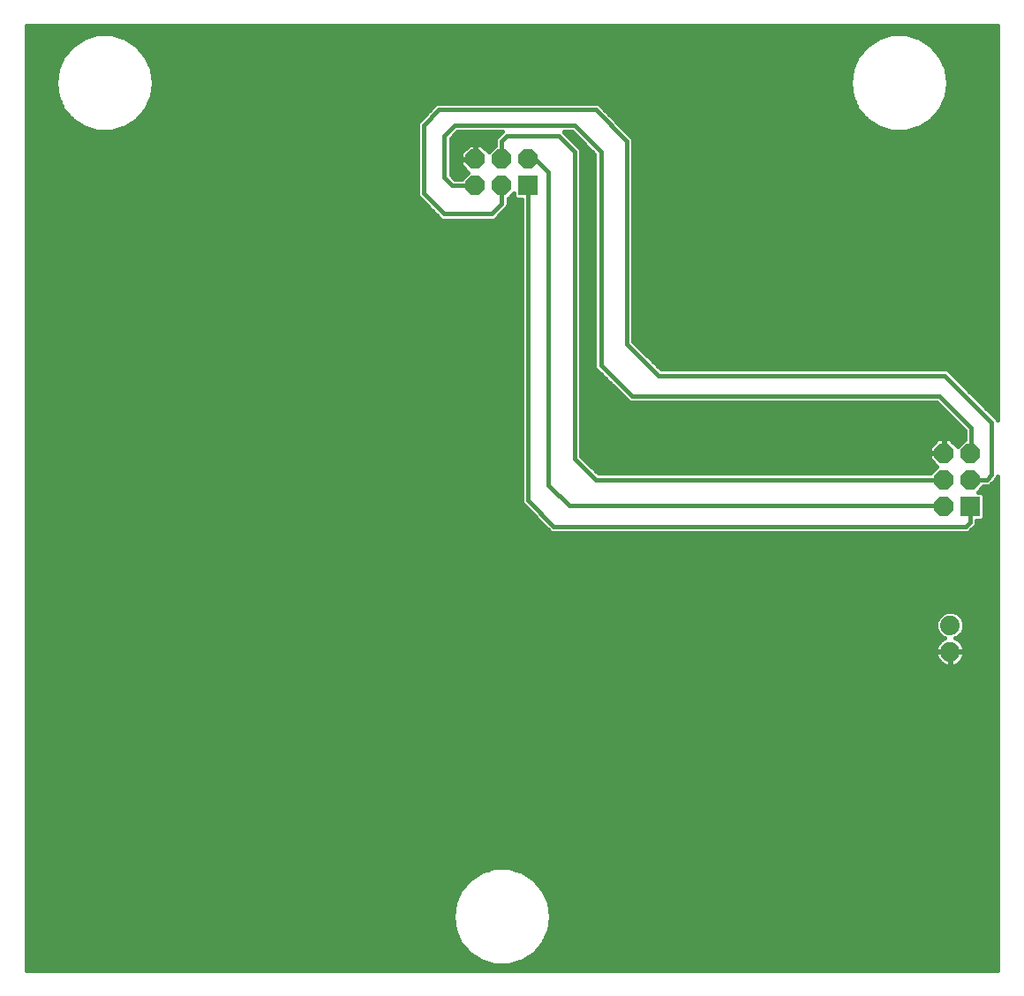
<source format=gbl>
G75*
%MOIN*%
%OFA0B0*%
%FSLAX24Y24*%
%IPPOS*%
%LPD*%
%AMOC8*
5,1,8,0,0,1.08239X$1,22.5*
%
%ADD10R,0.0740X0.0740*%
%ADD11OC8,0.0740*%
%ADD12C,0.0740*%
%ADD13C,0.0160*%
%ADD14C,0.0475*%
D10*
X020078Y030586D03*
X036771Y018471D03*
D11*
X036771Y019471D03*
X036771Y020471D03*
X035771Y020471D03*
X035771Y019471D03*
X035771Y018471D03*
X020078Y031586D03*
X019078Y031586D03*
X018078Y031586D03*
X018078Y030586D03*
X019078Y030586D03*
D12*
X036007Y013975D03*
X036007Y012975D03*
D13*
X001134Y000937D02*
X001134Y036628D01*
X037809Y036628D01*
X037809Y021715D01*
X037785Y021773D01*
X035946Y023612D01*
X035858Y023648D01*
X025083Y023648D01*
X024042Y024689D01*
X024042Y032314D01*
X024006Y032403D01*
X022824Y033584D01*
X022757Y033651D01*
X022669Y033688D01*
X016668Y033688D01*
X016579Y033651D01*
X015921Y032993D01*
X015885Y032905D01*
X015885Y030250D01*
X015921Y030162D01*
X016709Y029375D01*
X016776Y029307D01*
X016865Y029271D01*
X018732Y029271D01*
X018820Y029307D01*
X019214Y029701D01*
X019281Y029768D01*
X019318Y029857D01*
X019318Y030076D01*
X019548Y030306D01*
X019548Y030149D01*
X019641Y030056D01*
X019822Y030056D01*
X019822Y018636D01*
X019858Y018548D01*
X020843Y017564D01*
X020910Y017496D01*
X020998Y017460D01*
X036645Y017460D01*
X036733Y017496D01*
X036974Y017737D01*
X037011Y017825D01*
X037011Y017941D01*
X037207Y017941D01*
X037301Y018035D01*
X037301Y018908D01*
X037207Y019001D01*
X037050Y019001D01*
X037280Y019231D01*
X037432Y019231D01*
X037521Y019268D01*
X037718Y019465D01*
X037785Y019532D01*
X037809Y019590D01*
X037809Y000937D01*
X001134Y000937D01*
X001134Y001095D02*
X037809Y001095D01*
X037809Y001254D02*
X019760Y001254D01*
X019850Y001280D02*
X019850Y001280D01*
X020295Y001566D01*
X020295Y001566D01*
X020295Y001566D01*
X020642Y001966D01*
X020862Y002448D01*
X020937Y002971D01*
X020862Y003495D01*
X020642Y003977D01*
X020295Y004376D01*
X019850Y004663D01*
X019342Y004812D01*
X018813Y004812D01*
X018305Y004663D01*
X017860Y004376D01*
X017514Y003977D01*
X017514Y003977D01*
X017294Y003495D01*
X017218Y002971D01*
X017294Y002448D01*
X017294Y002448D01*
X017514Y001966D01*
X017860Y001566D01*
X018305Y001280D01*
X018305Y001280D01*
X018813Y001131D01*
X019342Y001131D01*
X019850Y001280D01*
X020056Y001412D02*
X037809Y001412D01*
X037809Y001571D02*
X020299Y001571D01*
X020436Y001729D02*
X037809Y001729D01*
X037809Y001888D02*
X020574Y001888D01*
X020642Y001966D02*
X020642Y001966D01*
X020678Y002046D02*
X037809Y002046D01*
X037809Y002205D02*
X020751Y002205D01*
X020823Y002363D02*
X037809Y002363D01*
X037809Y002522D02*
X020872Y002522D01*
X020862Y002448D02*
X020862Y002448D01*
X020895Y002680D02*
X037809Y002680D01*
X037809Y002839D02*
X020918Y002839D01*
X020933Y002997D02*
X037809Y002997D01*
X037809Y003156D02*
X020910Y003156D01*
X020888Y003314D02*
X037809Y003314D01*
X037809Y003473D02*
X020865Y003473D01*
X020862Y003495D02*
X020862Y003495D01*
X020799Y003631D02*
X037809Y003631D01*
X037809Y003790D02*
X020727Y003790D01*
X020655Y003948D02*
X037809Y003948D01*
X037809Y004107D02*
X020529Y004107D01*
X020642Y003977D02*
X020642Y003977D01*
X020391Y004265D02*
X037809Y004265D01*
X037809Y004424D02*
X020221Y004424D01*
X020295Y004376D02*
X020295Y004376D01*
X019975Y004582D02*
X037809Y004582D01*
X037809Y004741D02*
X019583Y004741D01*
X019850Y004663D02*
X019850Y004663D01*
X018572Y004741D02*
X001134Y004741D01*
X001134Y004899D02*
X037809Y004899D01*
X037809Y005058D02*
X001134Y005058D01*
X001134Y005216D02*
X037809Y005216D01*
X037809Y005375D02*
X001134Y005375D01*
X001134Y005533D02*
X037809Y005533D01*
X037809Y005692D02*
X001134Y005692D01*
X001134Y005850D02*
X037809Y005850D01*
X037809Y006009D02*
X001134Y006009D01*
X001134Y006167D02*
X037809Y006167D01*
X037809Y006326D02*
X001134Y006326D01*
X001134Y006484D02*
X037809Y006484D01*
X037809Y006643D02*
X001134Y006643D01*
X001134Y006801D02*
X037809Y006801D01*
X037809Y006960D02*
X001134Y006960D01*
X001134Y007118D02*
X037809Y007118D01*
X037809Y007277D02*
X001134Y007277D01*
X001134Y007435D02*
X037809Y007435D01*
X037809Y007594D02*
X001134Y007594D01*
X001134Y007752D02*
X037809Y007752D01*
X037809Y007911D02*
X001134Y007911D01*
X001134Y008069D02*
X037809Y008069D01*
X037809Y008228D02*
X001134Y008228D01*
X001134Y008386D02*
X037809Y008386D01*
X037809Y008545D02*
X001134Y008545D01*
X001134Y008703D02*
X037809Y008703D01*
X037809Y008862D02*
X001134Y008862D01*
X001134Y009020D02*
X037809Y009020D01*
X037809Y009179D02*
X001134Y009179D01*
X001134Y009337D02*
X037809Y009337D01*
X037809Y009496D02*
X001134Y009496D01*
X001134Y009654D02*
X037809Y009654D01*
X037809Y009813D02*
X001134Y009813D01*
X001134Y009971D02*
X037809Y009971D01*
X037809Y010130D02*
X001134Y010130D01*
X001134Y010288D02*
X037809Y010288D01*
X037809Y010447D02*
X001134Y010447D01*
X001134Y010605D02*
X037809Y010605D01*
X037809Y010764D02*
X001134Y010764D01*
X001134Y010922D02*
X037809Y010922D01*
X037809Y011081D02*
X001134Y011081D01*
X001134Y011239D02*
X037809Y011239D01*
X037809Y011398D02*
X001134Y011398D01*
X001134Y011556D02*
X037809Y011556D01*
X037809Y011715D02*
X001134Y011715D01*
X001134Y011873D02*
X037809Y011873D01*
X037809Y012032D02*
X001134Y012032D01*
X001134Y012190D02*
X037809Y012190D01*
X037809Y012349D02*
X001134Y012349D01*
X001134Y012507D02*
X035715Y012507D01*
X035719Y012505D02*
X035796Y012466D01*
X035878Y012439D01*
X035963Y012425D01*
X035987Y012425D01*
X035987Y012955D01*
X036027Y012955D01*
X036027Y012995D01*
X036557Y012995D01*
X036557Y013019D01*
X036543Y013104D01*
X036516Y013186D01*
X036477Y013264D01*
X036426Y013334D01*
X036365Y013395D01*
X036295Y013446D01*
X036218Y013485D01*
X036212Y013487D01*
X036307Y013526D01*
X036456Y013675D01*
X036537Y013870D01*
X036537Y014081D01*
X036456Y014275D01*
X036307Y014425D01*
X036112Y014505D01*
X035901Y014505D01*
X035707Y014425D01*
X035557Y014275D01*
X035477Y014081D01*
X035477Y013870D01*
X035557Y013675D01*
X035707Y013526D01*
X035801Y013487D01*
X035796Y013485D01*
X035719Y013446D01*
X035648Y013395D01*
X035587Y013334D01*
X035536Y013264D01*
X035497Y013186D01*
X035470Y013104D01*
X035457Y013019D01*
X035457Y012995D01*
X035987Y012995D01*
X035987Y012955D01*
X035457Y012955D01*
X035457Y012932D01*
X035470Y012846D01*
X035497Y012764D01*
X035536Y012687D01*
X035587Y012617D01*
X035648Y012556D01*
X035719Y012505D01*
X035552Y012666D02*
X001134Y012666D01*
X001134Y012824D02*
X035478Y012824D01*
X035482Y013141D02*
X001134Y013141D01*
X001134Y012983D02*
X035987Y012983D01*
X036027Y012983D02*
X037809Y012983D01*
X037809Y013141D02*
X036531Y013141D01*
X036451Y013300D02*
X037809Y013300D01*
X037809Y013458D02*
X036270Y013458D01*
X036398Y013617D02*
X037809Y013617D01*
X037809Y013775D02*
X036498Y013775D01*
X036537Y013934D02*
X037809Y013934D01*
X037809Y014092D02*
X036532Y014092D01*
X036466Y014251D02*
X037809Y014251D01*
X037809Y014409D02*
X036322Y014409D01*
X035691Y014409D02*
X001134Y014409D01*
X001134Y014251D02*
X035547Y014251D01*
X035482Y014092D02*
X001134Y014092D01*
X001134Y013934D02*
X035477Y013934D01*
X035516Y013775D02*
X001134Y013775D01*
X001134Y013617D02*
X035616Y013617D01*
X035743Y013458D02*
X001134Y013458D01*
X001134Y013300D02*
X035563Y013300D01*
X036027Y012955D02*
X036027Y012425D01*
X036050Y012425D01*
X036136Y012439D01*
X036218Y012466D01*
X036295Y012505D01*
X036365Y012556D01*
X036426Y012617D01*
X036477Y012687D01*
X036516Y012764D01*
X036543Y012846D01*
X036557Y012932D01*
X036557Y012955D01*
X036027Y012955D01*
X036027Y012824D02*
X035987Y012824D01*
X035987Y012666D02*
X036027Y012666D01*
X036027Y012507D02*
X035987Y012507D01*
X036298Y012507D02*
X037809Y012507D01*
X037809Y012666D02*
X036462Y012666D01*
X036536Y012824D02*
X037809Y012824D01*
X037809Y014568D02*
X001134Y014568D01*
X001134Y014726D02*
X037809Y014726D01*
X037809Y014885D02*
X001134Y014885D01*
X001134Y015043D02*
X037809Y015043D01*
X037809Y015202D02*
X001134Y015202D01*
X001134Y015360D02*
X037809Y015360D01*
X037809Y015519D02*
X001134Y015519D01*
X001134Y015677D02*
X037809Y015677D01*
X037809Y015836D02*
X001134Y015836D01*
X001134Y015994D02*
X037809Y015994D01*
X037809Y016153D02*
X001134Y016153D01*
X001134Y016311D02*
X037809Y016311D01*
X037809Y016470D02*
X001134Y016470D01*
X001134Y016628D02*
X037809Y016628D01*
X037809Y016787D02*
X001134Y016787D01*
X001134Y016945D02*
X037809Y016945D01*
X037809Y017104D02*
X001134Y017104D01*
X001134Y017262D02*
X037809Y017262D01*
X037809Y017421D02*
X001134Y017421D01*
X001134Y017579D02*
X020827Y017579D01*
X020669Y017738D02*
X001134Y017738D01*
X001134Y017896D02*
X020510Y017896D01*
X020352Y018055D02*
X001134Y018055D01*
X001134Y018213D02*
X020193Y018213D01*
X020035Y018372D02*
X001134Y018372D01*
X001134Y018530D02*
X019876Y018530D01*
X019822Y018689D02*
X001134Y018689D01*
X001134Y018847D02*
X019822Y018847D01*
X019822Y019006D02*
X001134Y019006D01*
X001134Y019164D02*
X019822Y019164D01*
X019822Y019323D02*
X001134Y019323D01*
X001134Y019481D02*
X019822Y019481D01*
X019822Y019640D02*
X001134Y019640D01*
X001134Y019798D02*
X019822Y019798D01*
X019822Y019957D02*
X001134Y019957D01*
X001134Y020115D02*
X019822Y020115D01*
X019822Y020274D02*
X001134Y020274D01*
X001134Y020432D02*
X019822Y020432D01*
X019822Y020591D02*
X001134Y020591D01*
X001134Y020749D02*
X019822Y020749D01*
X019822Y020908D02*
X001134Y020908D01*
X001134Y021066D02*
X019822Y021066D01*
X019822Y021225D02*
X001134Y021225D01*
X001134Y021383D02*
X019822Y021383D01*
X019822Y021542D02*
X001134Y021542D01*
X001134Y021700D02*
X019822Y021700D01*
X019822Y021859D02*
X001134Y021859D01*
X001134Y022017D02*
X019822Y022017D01*
X019822Y022176D02*
X001134Y022176D01*
X001134Y022334D02*
X019822Y022334D01*
X019822Y022493D02*
X001134Y022493D01*
X001134Y022651D02*
X019822Y022651D01*
X019822Y022810D02*
X001134Y022810D01*
X001134Y022968D02*
X019822Y022968D01*
X019822Y023127D02*
X001134Y023127D01*
X001134Y023285D02*
X019822Y023285D01*
X019822Y023444D02*
X001134Y023444D01*
X001134Y023602D02*
X019822Y023602D01*
X019822Y023761D02*
X001134Y023761D01*
X001134Y023919D02*
X019822Y023919D01*
X019822Y024078D02*
X001134Y024078D01*
X001134Y024236D02*
X019822Y024236D01*
X019822Y024395D02*
X001134Y024395D01*
X001134Y024553D02*
X019822Y024553D01*
X019822Y024712D02*
X001134Y024712D01*
X001134Y024870D02*
X019822Y024870D01*
X019822Y025029D02*
X001134Y025029D01*
X001134Y025187D02*
X019822Y025187D01*
X019822Y025346D02*
X001134Y025346D01*
X001134Y025504D02*
X019822Y025504D01*
X019822Y025663D02*
X001134Y025663D01*
X001134Y025821D02*
X019822Y025821D01*
X019822Y025980D02*
X001134Y025980D01*
X001134Y026138D02*
X019822Y026138D01*
X019822Y026297D02*
X001134Y026297D01*
X001134Y026455D02*
X019822Y026455D01*
X019822Y026614D02*
X001134Y026614D01*
X001134Y026772D02*
X019822Y026772D01*
X019822Y026931D02*
X001134Y026931D01*
X001134Y027089D02*
X019822Y027089D01*
X019822Y027248D02*
X001134Y027248D01*
X001134Y027406D02*
X019822Y027406D01*
X019822Y027565D02*
X001134Y027565D01*
X001134Y027723D02*
X019822Y027723D01*
X019822Y027882D02*
X001134Y027882D01*
X001134Y028040D02*
X019822Y028040D01*
X019822Y028199D02*
X001134Y028199D01*
X001134Y028357D02*
X019822Y028357D01*
X019822Y028516D02*
X001134Y028516D01*
X001134Y028674D02*
X019822Y028674D01*
X019822Y028833D02*
X001134Y028833D01*
X001134Y028991D02*
X019822Y028991D01*
X019822Y029150D02*
X001134Y029150D01*
X001134Y029308D02*
X016775Y029308D01*
X016709Y029375D02*
X016709Y029375D01*
X016617Y029467D02*
X001134Y029467D01*
X001134Y029625D02*
X016458Y029625D01*
X016300Y029784D02*
X001134Y029784D01*
X001134Y029942D02*
X016141Y029942D01*
X015983Y030101D02*
X001134Y030101D01*
X001134Y030259D02*
X015885Y030259D01*
X015885Y030418D02*
X001134Y030418D01*
X001134Y030576D02*
X015885Y030576D01*
X015885Y030735D02*
X001134Y030735D01*
X001134Y030893D02*
X015885Y030893D01*
X015885Y031052D02*
X001134Y031052D01*
X001134Y031210D02*
X015885Y031210D01*
X015885Y031369D02*
X001134Y031369D01*
X001134Y031527D02*
X015885Y031527D01*
X015885Y031686D02*
X001134Y031686D01*
X001134Y031844D02*
X015885Y031844D01*
X015885Y032003D02*
X001134Y032003D01*
X001134Y032161D02*
X015885Y032161D01*
X015885Y032320D02*
X001134Y032320D01*
X001134Y032478D02*
X015885Y032478D01*
X015885Y032637D02*
X004362Y032637D01*
X004342Y032631D02*
X004850Y032780D01*
X005295Y033066D01*
X005295Y033066D01*
X005295Y033066D01*
X005642Y033466D01*
X005862Y033948D01*
X005937Y034471D01*
X005862Y034995D01*
X005642Y035477D01*
X005295Y035876D01*
X004850Y036163D01*
X004342Y036312D01*
X003813Y036312D01*
X003305Y036163D01*
X002860Y035876D01*
X002514Y035477D01*
X002514Y035477D01*
X002294Y034995D01*
X002218Y034471D01*
X002294Y033948D01*
X002294Y033948D01*
X002514Y033466D01*
X002860Y033066D01*
X003305Y032780D01*
X003305Y032780D01*
X003813Y032631D01*
X004342Y032631D01*
X004850Y032780D02*
X004850Y032780D01*
X004874Y032795D02*
X015885Y032795D01*
X015905Y032954D02*
X005120Y032954D01*
X005335Y033112D02*
X016041Y033112D01*
X016199Y033271D02*
X005472Y033271D01*
X005610Y033429D02*
X016358Y033429D01*
X016516Y033588D02*
X005697Y033588D01*
X005642Y033466D02*
X005642Y033466D01*
X005770Y033746D02*
X032386Y033746D01*
X032458Y033588D02*
X022820Y033588D01*
X022979Y033429D02*
X032545Y033429D01*
X032514Y033466D02*
X032860Y033066D01*
X033305Y032780D01*
X033305Y032780D01*
X033813Y032631D01*
X034342Y032631D01*
X034850Y032780D01*
X035295Y033066D01*
X035295Y033066D01*
X035295Y033066D01*
X035642Y033466D01*
X035862Y033948D01*
X035937Y034471D01*
X035862Y034995D01*
X035642Y035477D01*
X035295Y035876D01*
X034850Y036163D01*
X034342Y036312D01*
X033813Y036312D01*
X033305Y036163D01*
X032860Y035876D01*
X032514Y035477D01*
X032294Y034995D01*
X032218Y034471D01*
X032294Y033948D01*
X032294Y033948D01*
X032514Y033466D01*
X032514Y033466D01*
X032683Y033271D02*
X023137Y033271D01*
X023296Y033112D02*
X032820Y033112D01*
X032860Y033066D02*
X032860Y033066D01*
X033035Y032954D02*
X023454Y032954D01*
X023613Y032795D02*
X033282Y032795D01*
X033793Y032637D02*
X023771Y032637D01*
X023930Y032478D02*
X037809Y032478D01*
X037809Y032320D02*
X024040Y032320D01*
X024042Y032161D02*
X037809Y032161D01*
X037809Y032003D02*
X024042Y032003D01*
X024042Y031844D02*
X037809Y031844D01*
X037809Y031686D02*
X024042Y031686D01*
X024042Y031527D02*
X037809Y031527D01*
X037809Y031369D02*
X024042Y031369D01*
X024042Y031210D02*
X037809Y031210D01*
X037809Y031052D02*
X024042Y031052D01*
X024042Y030893D02*
X037809Y030893D01*
X037809Y030735D02*
X024042Y030735D01*
X024042Y030576D02*
X037809Y030576D01*
X037809Y030418D02*
X024042Y030418D01*
X024042Y030259D02*
X037809Y030259D01*
X037809Y030101D02*
X024042Y030101D01*
X024042Y029942D02*
X037809Y029942D01*
X037809Y029784D02*
X024042Y029784D01*
X024042Y029625D02*
X037809Y029625D01*
X037809Y029467D02*
X024042Y029467D01*
X024042Y029308D02*
X037809Y029308D01*
X037809Y029150D02*
X024042Y029150D01*
X024042Y028991D02*
X037809Y028991D01*
X037809Y028833D02*
X024042Y028833D01*
X024042Y028674D02*
X037809Y028674D01*
X037809Y028516D02*
X024042Y028516D01*
X024042Y028357D02*
X037809Y028357D01*
X037809Y028199D02*
X024042Y028199D01*
X024042Y028040D02*
X037809Y028040D01*
X037809Y027882D02*
X024042Y027882D01*
X024042Y027723D02*
X037809Y027723D01*
X037809Y027565D02*
X024042Y027565D01*
X024042Y027406D02*
X037809Y027406D01*
X037809Y027248D02*
X024042Y027248D01*
X024042Y027089D02*
X037809Y027089D01*
X037809Y026931D02*
X024042Y026931D01*
X024042Y026772D02*
X037809Y026772D01*
X037809Y026614D02*
X024042Y026614D01*
X024042Y026455D02*
X037809Y026455D01*
X037809Y026297D02*
X024042Y026297D01*
X024042Y026138D02*
X037809Y026138D01*
X037809Y025980D02*
X024042Y025980D01*
X024042Y025821D02*
X037809Y025821D01*
X037809Y025663D02*
X024042Y025663D01*
X024042Y025504D02*
X037809Y025504D01*
X037809Y025346D02*
X024042Y025346D01*
X024042Y025187D02*
X037809Y025187D01*
X037809Y025029D02*
X024042Y025029D01*
X024042Y024870D02*
X037809Y024870D01*
X037809Y024712D02*
X024042Y024712D01*
X024178Y024553D02*
X037809Y024553D01*
X037809Y024395D02*
X024336Y024395D01*
X024495Y024236D02*
X037809Y024236D01*
X037809Y024078D02*
X024653Y024078D01*
X024812Y023919D02*
X037809Y023919D01*
X037809Y023761D02*
X024970Y023761D01*
X024983Y023408D02*
X035810Y023408D01*
X037582Y021637D01*
X037582Y019668D01*
X037385Y019471D01*
X036771Y019471D01*
X037213Y019164D02*
X037809Y019164D01*
X037809Y019006D02*
X037055Y019006D01*
X037301Y018847D02*
X037809Y018847D01*
X037809Y018689D02*
X037301Y018689D01*
X037301Y018530D02*
X037809Y018530D01*
X037809Y018372D02*
X037301Y018372D01*
X037301Y018213D02*
X037809Y018213D01*
X037809Y018055D02*
X037301Y018055D01*
X037011Y017896D02*
X037809Y017896D01*
X037809Y017738D02*
X036974Y017738D01*
X036816Y017579D02*
X037809Y017579D01*
X036771Y017873D02*
X036597Y017700D01*
X021046Y017700D01*
X020062Y018684D01*
X020062Y030570D01*
X020078Y030586D01*
X019548Y030259D02*
X019501Y030259D01*
X019596Y030101D02*
X019343Y030101D01*
X019318Y029942D02*
X019822Y029942D01*
X019822Y029784D02*
X019287Y029784D01*
X019138Y029625D02*
X019822Y029625D01*
X019822Y029467D02*
X018979Y029467D01*
X018821Y029308D02*
X019822Y029308D01*
X019078Y029904D02*
X019078Y030586D01*
X019078Y029904D02*
X018684Y029511D01*
X016912Y029511D01*
X016125Y030298D01*
X016125Y032857D01*
X016715Y033448D01*
X022621Y033448D01*
X023802Y032267D01*
X023802Y024589D01*
X024983Y023408D01*
X023999Y022621D02*
X022818Y023802D01*
X022818Y031873D01*
X021834Y032857D01*
X017306Y032857D01*
X016912Y032463D01*
X016912Y030889D01*
X017215Y030586D01*
X018078Y030586D01*
X017636Y030893D02*
X017247Y030893D01*
X017315Y030826D02*
X017152Y030988D01*
X017152Y032364D01*
X017405Y032617D01*
X019089Y032617D01*
X018942Y032470D01*
X018874Y032403D01*
X018838Y032314D01*
X018838Y032095D01*
X018592Y031849D01*
X018305Y032136D01*
X018098Y032136D01*
X018098Y031606D01*
X018058Y031606D01*
X018058Y032136D01*
X017850Y032136D01*
X017528Y031813D01*
X017528Y031606D01*
X018058Y031606D01*
X018058Y031566D01*
X017528Y031566D01*
X017528Y031358D01*
X017814Y031071D01*
X017568Y030826D01*
X017315Y030826D01*
X017152Y031052D02*
X017794Y031052D01*
X017675Y031210D02*
X017152Y031210D01*
X017152Y031369D02*
X017528Y031369D01*
X017528Y031527D02*
X017152Y031527D01*
X017152Y031686D02*
X017528Y031686D01*
X017559Y031844D02*
X017152Y031844D01*
X017152Y032003D02*
X017717Y032003D01*
X018058Y032003D02*
X018098Y032003D01*
X018098Y031844D02*
X018058Y031844D01*
X018058Y031686D02*
X018098Y031686D01*
X018438Y032003D02*
X018745Y032003D01*
X018838Y032161D02*
X017152Y032161D01*
X017152Y032320D02*
X018840Y032320D01*
X018950Y032478D02*
X017267Y032478D01*
X019078Y032267D02*
X019078Y031586D01*
X019078Y032267D02*
X019274Y032463D01*
X021243Y032463D01*
X021834Y031873D01*
X021834Y020259D01*
X022621Y019471D01*
X035771Y019471D01*
X035348Y019798D02*
X022633Y019798D01*
X022720Y019711D02*
X022074Y020358D01*
X022074Y031921D01*
X022037Y032009D01*
X021446Y032599D01*
X021429Y032617D01*
X021734Y032617D01*
X022578Y031774D01*
X022578Y023754D01*
X022614Y023666D01*
X022682Y023599D01*
X023863Y022417D01*
X023951Y022381D01*
X035514Y022381D01*
X036554Y021340D01*
X036554Y021001D01*
X036551Y021001D01*
X036285Y020735D01*
X035998Y021021D01*
X035791Y021021D01*
X035791Y020491D01*
X035751Y020491D01*
X035751Y020451D01*
X035221Y020451D01*
X035221Y020244D01*
X035507Y019957D01*
X035261Y019711D01*
X022720Y019711D01*
X022475Y019957D02*
X035507Y019957D01*
X035349Y020115D02*
X022316Y020115D01*
X022158Y020274D02*
X035221Y020274D01*
X035221Y020432D02*
X022074Y020432D01*
X022074Y020591D02*
X035221Y020591D01*
X035221Y020491D02*
X035221Y020699D01*
X035543Y021021D01*
X035751Y021021D01*
X035751Y020491D01*
X035221Y020491D01*
X035271Y020749D02*
X022074Y020749D01*
X022074Y020908D02*
X035429Y020908D01*
X035751Y020908D02*
X035791Y020908D01*
X035791Y020749D02*
X035751Y020749D01*
X035751Y020591D02*
X035791Y020591D01*
X036112Y020908D02*
X036458Y020908D01*
X036554Y021066D02*
X022074Y021066D01*
X022074Y021225D02*
X036554Y021225D01*
X036511Y021383D02*
X022074Y021383D01*
X022074Y021542D02*
X036353Y021542D01*
X036194Y021700D02*
X022074Y021700D01*
X022074Y021859D02*
X036036Y021859D01*
X035877Y022017D02*
X022074Y022017D01*
X022074Y022176D02*
X035719Y022176D01*
X035560Y022334D02*
X022074Y022334D01*
X022074Y022493D02*
X023788Y022493D01*
X023629Y022651D02*
X022074Y022651D01*
X022074Y022810D02*
X023471Y022810D01*
X023312Y022968D02*
X022074Y022968D01*
X022074Y023127D02*
X023154Y023127D01*
X022995Y023285D02*
X022074Y023285D01*
X022074Y023444D02*
X022837Y023444D01*
X022678Y023602D02*
X022074Y023602D01*
X022074Y023761D02*
X022578Y023761D01*
X022578Y023919D02*
X022074Y023919D01*
X022074Y024078D02*
X022578Y024078D01*
X022578Y024236D02*
X022074Y024236D01*
X022074Y024395D02*
X022578Y024395D01*
X022578Y024553D02*
X022074Y024553D01*
X022074Y024712D02*
X022578Y024712D01*
X022578Y024870D02*
X022074Y024870D01*
X022074Y025029D02*
X022578Y025029D01*
X022578Y025187D02*
X022074Y025187D01*
X022074Y025346D02*
X022578Y025346D01*
X022578Y025504D02*
X022074Y025504D01*
X022074Y025663D02*
X022578Y025663D01*
X022578Y025821D02*
X022074Y025821D01*
X022074Y025980D02*
X022578Y025980D01*
X022578Y026138D02*
X022074Y026138D01*
X022074Y026297D02*
X022578Y026297D01*
X022578Y026455D02*
X022074Y026455D01*
X022074Y026614D02*
X022578Y026614D01*
X022578Y026772D02*
X022074Y026772D01*
X022074Y026931D02*
X022578Y026931D01*
X022578Y027089D02*
X022074Y027089D01*
X022074Y027248D02*
X022578Y027248D01*
X022578Y027406D02*
X022074Y027406D01*
X022074Y027565D02*
X022578Y027565D01*
X022578Y027723D02*
X022074Y027723D01*
X022074Y027882D02*
X022578Y027882D01*
X022578Y028040D02*
X022074Y028040D01*
X022074Y028199D02*
X022578Y028199D01*
X022578Y028357D02*
X022074Y028357D01*
X022074Y028516D02*
X022578Y028516D01*
X022578Y028674D02*
X022074Y028674D01*
X022074Y028833D02*
X022578Y028833D01*
X022578Y028991D02*
X022074Y028991D01*
X022074Y029150D02*
X022578Y029150D01*
X022578Y029308D02*
X022074Y029308D01*
X022074Y029467D02*
X022578Y029467D01*
X022578Y029625D02*
X022074Y029625D01*
X022074Y029784D02*
X022578Y029784D01*
X022578Y029942D02*
X022074Y029942D01*
X022074Y030101D02*
X022578Y030101D01*
X022578Y030259D02*
X022074Y030259D01*
X022074Y030418D02*
X022578Y030418D01*
X022578Y030576D02*
X022074Y030576D01*
X022074Y030735D02*
X022578Y030735D01*
X022578Y030893D02*
X022074Y030893D01*
X022074Y031052D02*
X022578Y031052D01*
X022578Y031210D02*
X022074Y031210D01*
X022074Y031369D02*
X022578Y031369D01*
X022578Y031527D02*
X022074Y031527D01*
X022074Y031686D02*
X022578Y031686D01*
X022507Y031844D02*
X022074Y031844D01*
X022039Y032003D02*
X022348Y032003D01*
X022190Y032161D02*
X021885Y032161D01*
X022031Y032320D02*
X021726Y032320D01*
X021873Y032478D02*
X021568Y032478D01*
X020349Y031586D02*
X020849Y031086D01*
X020849Y019274D01*
X021637Y018487D01*
X035755Y018487D01*
X035771Y018471D01*
X036771Y018471D02*
X036771Y017873D01*
X037576Y019323D02*
X037809Y019323D01*
X037809Y019481D02*
X037734Y019481D01*
X036771Y020471D02*
X036794Y020495D01*
X036794Y021440D01*
X035613Y022621D01*
X023999Y022621D01*
X020349Y031586D02*
X020078Y031586D01*
X032277Y034063D02*
X005878Y034063D01*
X005862Y033948D02*
X005862Y033948D01*
X005842Y033905D02*
X032313Y033905D01*
X032254Y034222D02*
X005901Y034222D01*
X005924Y034380D02*
X032232Y034380D01*
X032218Y034471D02*
X032218Y034471D01*
X032228Y034539D02*
X005927Y034539D01*
X005904Y034697D02*
X032251Y034697D01*
X032274Y034856D02*
X005882Y034856D01*
X005862Y034995D02*
X005862Y034995D01*
X005853Y035014D02*
X032303Y035014D01*
X032375Y035173D02*
X005780Y035173D01*
X005708Y035331D02*
X032447Y035331D01*
X032525Y035490D02*
X005630Y035490D01*
X005642Y035477D02*
X005642Y035477D01*
X005493Y035648D02*
X032662Y035648D01*
X032800Y035807D02*
X005355Y035807D01*
X005295Y035876D02*
X005295Y035876D01*
X005157Y035965D02*
X032998Y035965D01*
X032860Y035876D02*
X032860Y035876D01*
X033245Y036124D02*
X004910Y036124D01*
X004850Y036163D02*
X004850Y036163D01*
X004442Y036282D02*
X033713Y036282D01*
X033305Y036163D02*
X033305Y036163D01*
X034442Y036282D02*
X037809Y036282D01*
X037809Y036124D02*
X034910Y036124D01*
X034850Y036163D02*
X034850Y036163D01*
X035157Y035965D02*
X037809Y035965D01*
X037809Y035807D02*
X035355Y035807D01*
X035295Y035876D02*
X035295Y035876D01*
X035493Y035648D02*
X037809Y035648D01*
X037809Y035490D02*
X035630Y035490D01*
X035642Y035477D02*
X035642Y035477D01*
X035708Y035331D02*
X037809Y035331D01*
X037809Y035173D02*
X035780Y035173D01*
X035853Y035014D02*
X037809Y035014D01*
X037809Y034856D02*
X035882Y034856D01*
X035862Y034995D02*
X035862Y034995D01*
X035904Y034697D02*
X037809Y034697D01*
X037809Y034539D02*
X035927Y034539D01*
X035924Y034380D02*
X037809Y034380D01*
X037809Y034222D02*
X035901Y034222D01*
X035878Y034063D02*
X037809Y034063D01*
X037809Y033905D02*
X035842Y033905D01*
X035862Y033948D02*
X035862Y033948D01*
X035770Y033746D02*
X037809Y033746D01*
X037809Y033588D02*
X035697Y033588D01*
X035642Y033466D02*
X035642Y033466D01*
X035610Y033429D02*
X037809Y033429D01*
X037809Y033271D02*
X035472Y033271D01*
X035335Y033112D02*
X037809Y033112D01*
X037809Y032954D02*
X035120Y032954D01*
X034874Y032795D02*
X037809Y032795D01*
X037809Y032637D02*
X034362Y032637D01*
X034850Y032780D02*
X034850Y032780D01*
X037809Y036441D02*
X001134Y036441D01*
X001134Y036599D02*
X037809Y036599D01*
X037809Y023602D02*
X035955Y023602D01*
X036114Y023444D02*
X037809Y023444D01*
X037809Y023285D02*
X036272Y023285D01*
X036431Y023127D02*
X037809Y023127D01*
X037809Y022968D02*
X036589Y022968D01*
X036748Y022810D02*
X037809Y022810D01*
X037809Y022651D02*
X036906Y022651D01*
X037065Y022493D02*
X037809Y022493D01*
X037809Y022334D02*
X037223Y022334D01*
X037382Y022176D02*
X037809Y022176D01*
X037809Y022017D02*
X037540Y022017D01*
X037699Y021859D02*
X037809Y021859D01*
X036299Y020749D02*
X036270Y020749D01*
X018305Y004663D02*
X018305Y004663D01*
X018180Y004582D02*
X001134Y004582D01*
X001134Y004424D02*
X017934Y004424D01*
X017860Y004376D02*
X017860Y004376D01*
X017860Y004376D01*
X017764Y004265D02*
X001134Y004265D01*
X001134Y004107D02*
X017626Y004107D01*
X017501Y003948D02*
X001134Y003948D01*
X001134Y003790D02*
X017428Y003790D01*
X017356Y003631D02*
X001134Y003631D01*
X001134Y003473D02*
X017291Y003473D01*
X017294Y003495D02*
X017294Y003495D01*
X017268Y003314D02*
X001134Y003314D01*
X001134Y003156D02*
X017245Y003156D01*
X017222Y002997D02*
X001134Y002997D01*
X001134Y002839D02*
X017237Y002839D01*
X017218Y002971D02*
X017218Y002971D01*
X017260Y002680D02*
X001134Y002680D01*
X001134Y002522D02*
X017283Y002522D01*
X017332Y002363D02*
X001134Y002363D01*
X001134Y002205D02*
X017405Y002205D01*
X017477Y002046D02*
X001134Y002046D01*
X001134Y001888D02*
X017581Y001888D01*
X017514Y001966D02*
X017514Y001966D01*
X017719Y001729D02*
X001134Y001729D01*
X001134Y001571D02*
X017856Y001571D01*
X017860Y001566D02*
X017860Y001566D01*
X018100Y001412D02*
X001134Y001412D01*
X001134Y001254D02*
X018395Y001254D01*
X003793Y032637D02*
X001134Y032637D01*
X001134Y032795D02*
X003282Y032795D01*
X003035Y032954D02*
X001134Y032954D01*
X001134Y033112D02*
X002820Y033112D01*
X002860Y033066D02*
X002860Y033066D01*
X002683Y033271D02*
X001134Y033271D01*
X001134Y033429D02*
X002545Y033429D01*
X002514Y033466D02*
X002514Y033466D01*
X002458Y033588D02*
X001134Y033588D01*
X001134Y033746D02*
X002386Y033746D01*
X002313Y033905D02*
X001134Y033905D01*
X001134Y034063D02*
X002277Y034063D01*
X002254Y034222D02*
X001134Y034222D01*
X001134Y034380D02*
X002232Y034380D01*
X002218Y034471D02*
X002218Y034471D01*
X002228Y034539D02*
X001134Y034539D01*
X001134Y034697D02*
X002251Y034697D01*
X002274Y034856D02*
X001134Y034856D01*
X001134Y035014D02*
X002303Y035014D01*
X002294Y034995D02*
X002294Y034995D01*
X002375Y035173D02*
X001134Y035173D01*
X001134Y035331D02*
X002447Y035331D01*
X002525Y035490D02*
X001134Y035490D01*
X001134Y035648D02*
X002662Y035648D01*
X002800Y035807D02*
X001134Y035807D01*
X001134Y035965D02*
X002998Y035965D01*
X002860Y035876D02*
X002860Y035876D01*
X002860Y035876D01*
X003245Y036124D02*
X001134Y036124D01*
X001134Y036282D02*
X003713Y036282D01*
X003305Y036163D02*
X003305Y036163D01*
D14*
X008251Y029708D03*
X030692Y030101D03*
X030101Y008054D03*
X007857Y007660D03*
M02*

</source>
